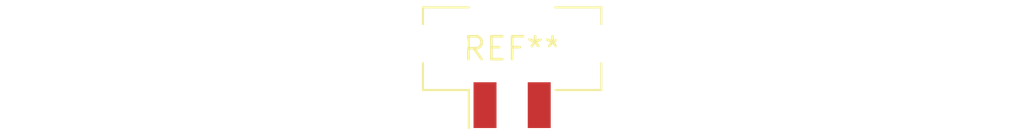
<source format=kicad_pcb>
(kicad_pcb (version 20240108) (generator pcbnew)
  (layers (0 "F.Cu" signal) (31 "B.Cu" signal) (34 "B.Paste" user) (35 "F.Paste" user) (36 "B.SilkS" user "B.Silkscreen") (37 "F.SilkS" user "F.Silkscreen") (38 "B.Mask" user) (39 "F.Mask" user) (44 "Edge.Cuts" user))
  (net 0 "")
  (footprint "Molex_Micro-Fit_3.0_43650-0221_1x02_P3.00mm_Vertical" (layer "F.Cu") (at 0 0)
    (property "Reference" "REF**")
    (property "Value" "Molex_Micro-Fit_3.0_43650-0221_1x02_P3.00mm_Vertical")
    (fp_line (start -4.935 -2.295) (end -3.515 -2.295) (layer "F.SilkS") (stroke (width 0.12)))
    (fp_line (start -4.935 -1.37) (end -4.935 -2.295) (layer "F.SilkS") (stroke (width 0.12)))
    (fp_line (start -4.935 0.8) (end -4.935 2.295) (layer "F.SilkS") (stroke (width 0.12)))
    (fp_line (start -4.935 2.295) (end -2.395 2.295) (layer "F.SilkS") (stroke (width 0.12)))
    (fp_line (start -3.515 -2.295) (end -3.515 -2.295) (layer "F.SilkS") (stroke (width 0.12)))
    (fp_line (start -3.515 -2.295) (end -2.395 -2.295) (layer "F.SilkS") (stroke (width 0.12)))
    (fp_line (start -2.395 2.295) (end -2.395 4.405) (layer "F.SilkS") (stroke (width 0.12)))
    (fp_line (start 3.515 -2.295) (end 2.395 -2.295) (layer "F.SilkS") (stroke (width 0.12)))
    (fp_line (start 3.515 -2.295) (end 3.515 -2.295) (layer "F.SilkS") (stroke (width 0.12)))
    (fp_line (start 4.935 -2.295) (end 3.515 -2.295) (layer "F.SilkS") (stroke (width 0.12)))
    (fp_line (start 4.935 -1.37) (end 4.935 -2.295) (layer "F.SilkS") (stroke (width 0.12)))
    (fp_line (start 4.935 0.8) (end 4.935 2.295) (layer "F.SilkS") (stroke (width 0.12)))
    (fp_line (start 4.935 2.295) (end 2.395 2.295) (layer "F.SilkS") (stroke (width 0.12)))
    (pad "" np_thru_hole circle (at -3.65 -0.285) (size 2.41 2.41) (drill 2.41) (layers *.Cu *.Mask))
    (pad "" np_thru_hole circle (at 3.65 -0.285) (size 2.41 2.41) (drill 2.41) (layers *.Cu *.Mask))
    (pad "1" smd rect (at -1.5 3.135) (size 1.27 2.54) (layers "F.Cu" "F.Paste" "F.Mask"))
    (pad "2" smd rect (at 1.5 3.135) (size 1.27 2.54) (layers "F.Cu" "F.Paste" "F.Mask"))
  )
)
</source>
